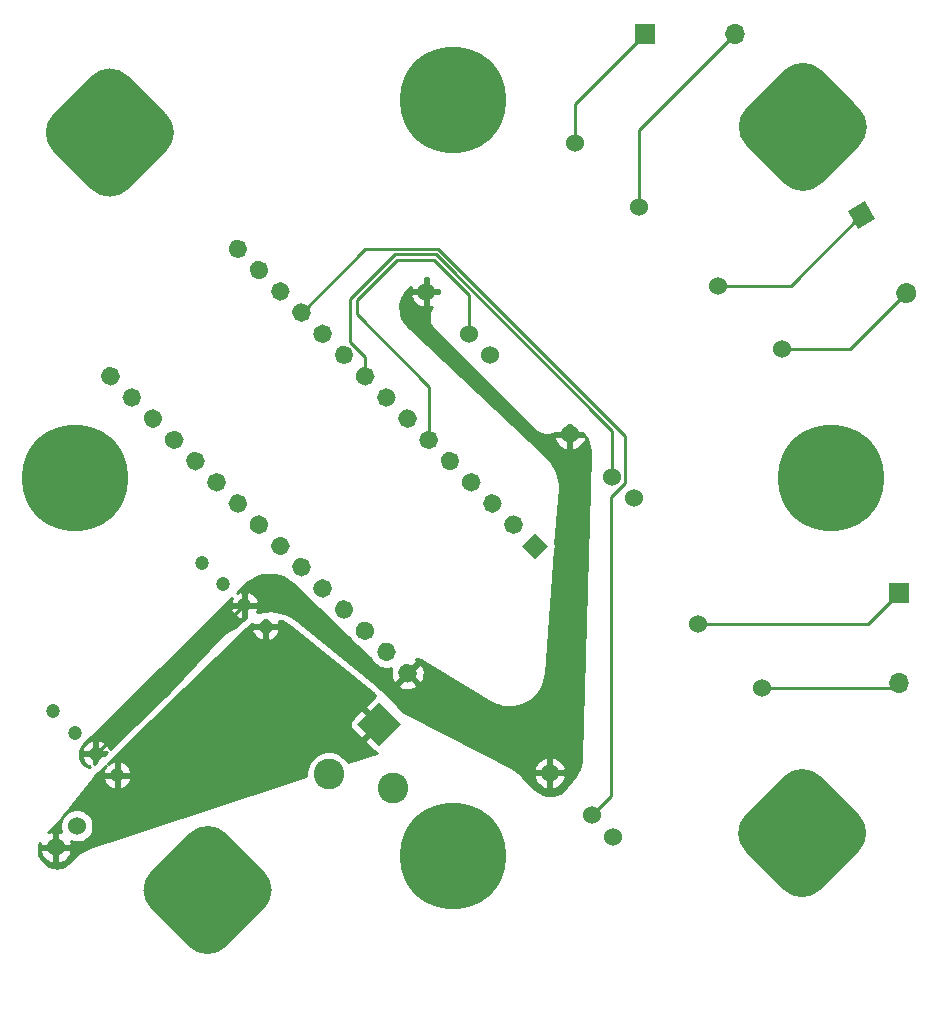
<source format=gbr>
%TF.GenerationSoftware,KiCad,Pcbnew,(5.1.8)-1*%
%TF.CreationDate,2021-02-04T12:25:32-06:00*%
%TF.ProjectId,Project - LED Dimmer Board,50726f6a-6563-4742-902d-204c45442044,rev?*%
%TF.SameCoordinates,Original*%
%TF.FileFunction,Copper,L1,Top*%
%TF.FilePolarity,Positive*%
%FSLAX46Y46*%
G04 Gerber Fmt 4.6, Leading zero omitted, Abs format (unit mm)*
G04 Created by KiCad (PCBNEW (5.1.8)-1) date 2021-02-04 12:25:32*
%MOMM*%
%LPD*%
G01*
G04 APERTURE LIST*
%TA.AperFunction,ComponentPad*%
%ADD10C,9.000000*%
%TD*%
%TA.AperFunction,ComponentPad*%
%ADD11C,1.524000*%
%TD*%
%TA.AperFunction,ComponentPad*%
%ADD12C,0.100000*%
%TD*%
%TA.AperFunction,ComponentPad*%
%ADD13R,1.700000X1.700000*%
%TD*%
%TA.AperFunction,ComponentPad*%
%ADD14O,1.700000X1.700000*%
%TD*%
%TA.AperFunction,ComponentPad*%
%ADD15C,1.200000*%
%TD*%
%TA.AperFunction,ComponentPad*%
%ADD16C,2.600000*%
%TD*%
%TA.AperFunction,Conductor*%
%ADD17C,0.250000*%
%TD*%
%TA.AperFunction,Conductor*%
%ADD18C,0.254000*%
%TD*%
%TA.AperFunction,Conductor*%
%ADD19C,0.100000*%
%TD*%
G04 APERTURE END LIST*
D10*
%TO.P,REF\u002A\u002A,2*%
%TO.N,N/C*%
X112459979Y-75713118D03*
%TO.P,REF\u002A\u002A,3*%
X80459979Y-43713118D03*
%TO.P,REF\u002A\u002A,4*%
X48459979Y-75713118D03*
%TO.P,REF\u002A\u002A,1*%
X80459979Y-107713118D03*
%TD*%
%TO.P,,1*%
%TO.N,N/C*%
%TA.AperFunction,ComponentPad*%
G36*
G01*
X58052010Y-115342971D02*
X54870029Y-112160990D01*
G75*
G02*
X54870029Y-108979010I1590990J1590990D01*
G01*
X58052010Y-105797029D01*
G75*
G02*
X61233990Y-105797029I1590990J-1590990D01*
G01*
X64415971Y-108979010D01*
G75*
G02*
X64415971Y-112160990I-1590990J-1590990D01*
G01*
X61233990Y-115342971D01*
G75*
G02*
X58052010Y-115342971I-1590990J1590990D01*
G01*
G37*
%TD.AperFunction*%
%TD*%
D11*
%TO.P,J5,2*%
%TO.N,GND*%
X48580070Y-105144765D03*
%TO.P,J5,1*%
%TO.N,+9V*%
X46784019Y-106940816D03*
%TD*%
%TA.AperFunction,ComponentPad*%
D12*
%TO.P,J2,1*%
%TO.N,Net-(J2-Pad1)*%
G36*
X114678478Y-54581122D02*
G01*
X113828478Y-53108878D01*
X115300722Y-52258878D01*
X116150722Y-53731122D01*
X114678478Y-54581122D01*
G37*
%TD.AperFunction*%
%TO.P,J2,4*%
%TO.N,Net-(J2-Pad4)*%
%TA.AperFunction,ComponentPad*%
G36*
G01*
X118063478Y-60444114D02*
X118063478Y-60444114D01*
G75*
G02*
X118374600Y-59282992I736122J425000D01*
G01*
X118374600Y-59282992D01*
G75*
G02*
X119535722Y-59594114I425000J-736122D01*
G01*
X119535722Y-59594114D01*
G75*
G02*
X119224600Y-60755236I-736122J-425000D01*
G01*
X119224600Y-60755236D01*
G75*
G02*
X118063478Y-60444114I-425000J736122D01*
G01*
G37*
%TD.AperFunction*%
%TD*%
D13*
%TO.P,J1,1*%
%TO.N,Net-(J1-Pad1)*%
X96650800Y-38078400D03*
D14*
%TO.P,J1,4*%
%TO.N,Net-(J1-Pad4)*%
X104270800Y-38078400D03*
%TD*%
D13*
%TO.P,J3,1*%
%TO.N,Net-(J3-Pad1)*%
X118164600Y-85449400D03*
D14*
%TO.P,J3,4*%
%TO.N,Net-(J3-Pad4)*%
X118164600Y-93069400D03*
%TD*%
D11*
%TO.P,U2,1*%
%TO.N,Controlled9V*%
X90319493Y-71972702D03*
%TO.P,U2,4*%
%TO.N,GND*%
X95707646Y-77360856D03*
%TO.P,U2,6*%
%TO.N,Net-(J2-Pad1)*%
X102891851Y-59400344D03*
%TO.P,U2,5*%
%TO.N,Net-(J2-Pad4)*%
X108280005Y-64788498D03*
%TO.P,U2,3*%
%TO.N,ledPin2*%
X93911595Y-75564805D03*
%TD*%
%TA.AperFunction,ComponentPad*%
D12*
%TO.P,A1,1*%
%TO.N,N/C*%
G36*
X87354400Y-80304829D02*
G01*
X88485771Y-81436200D01*
X87354400Y-82567571D01*
X86223029Y-81436200D01*
X87354400Y-80304829D01*
G37*
%TD.AperFunction*%
%TO.P,A1,17*%
%TA.AperFunction,ComponentPad*%
G36*
G01*
X53795112Y-68298156D02*
X53795112Y-68298156D01*
G75*
G02*
X53795112Y-69429526I-565685J-565685D01*
G01*
X53795112Y-69429526D01*
G75*
G02*
X52663742Y-69429526I-565685J565685D01*
G01*
X52663742Y-69429526D01*
G75*
G02*
X52663742Y-68298156I565685J565685D01*
G01*
X52663742Y-68298156D01*
G75*
G02*
X53795112Y-68298156I565685J-565685D01*
G01*
G37*
%TD.AperFunction*%
%TO.P,A1,2*%
%TA.AperFunction,ComponentPad*%
G36*
G01*
X86124034Y-79074464D02*
X86124034Y-79074464D01*
G75*
G02*
X86124034Y-80205834I-565685J-565685D01*
G01*
X86124034Y-80205834D01*
G75*
G02*
X84992664Y-80205834I-565685J565685D01*
G01*
X84992664Y-80205834D01*
G75*
G02*
X84992664Y-79074464I565685J565685D01*
G01*
X84992664Y-79074464D01*
G75*
G02*
X86124034Y-79074464I565685J-565685D01*
G01*
G37*
%TD.AperFunction*%
%TO.P,A1,18*%
%TA.AperFunction,ComponentPad*%
G36*
G01*
X55591163Y-70094208D02*
X55591163Y-70094208D01*
G75*
G02*
X55591163Y-71225578I-565685J-565685D01*
G01*
X55591163Y-71225578D01*
G75*
G02*
X54459793Y-71225578I-565685J565685D01*
G01*
X54459793Y-71225578D01*
G75*
G02*
X54459793Y-70094208I565685J565685D01*
G01*
X54459793Y-70094208D01*
G75*
G02*
X55591163Y-70094208I565685J-565685D01*
G01*
G37*
%TD.AperFunction*%
%TO.P,A1,3*%
%TA.AperFunction,ComponentPad*%
G36*
G01*
X84327983Y-77278413D02*
X84327983Y-77278413D01*
G75*
G02*
X84327983Y-78409783I-565685J-565685D01*
G01*
X84327983Y-78409783D01*
G75*
G02*
X83196613Y-78409783I-565685J565685D01*
G01*
X83196613Y-78409783D01*
G75*
G02*
X83196613Y-77278413I565685J565685D01*
G01*
X83196613Y-77278413D01*
G75*
G02*
X84327983Y-77278413I565685J-565685D01*
G01*
G37*
%TD.AperFunction*%
%TO.P,A1,19*%
%TA.AperFunction,ComponentPad*%
G36*
G01*
X57387214Y-71890259D02*
X57387214Y-71890259D01*
G75*
G02*
X57387214Y-73021629I-565685J-565685D01*
G01*
X57387214Y-73021629D01*
G75*
G02*
X56255844Y-73021629I-565685J565685D01*
G01*
X56255844Y-73021629D01*
G75*
G02*
X56255844Y-71890259I565685J565685D01*
G01*
X56255844Y-71890259D01*
G75*
G02*
X57387214Y-71890259I565685J-565685D01*
G01*
G37*
%TD.AperFunction*%
%TO.P,A1,4*%
%TO.N,GND*%
%TA.AperFunction,ComponentPad*%
G36*
G01*
X82531931Y-75482361D02*
X82531931Y-75482361D01*
G75*
G02*
X82531931Y-76613731I-565685J-565685D01*
G01*
X82531931Y-76613731D01*
G75*
G02*
X81400561Y-76613731I-565685J565685D01*
G01*
X81400561Y-76613731D01*
G75*
G02*
X81400561Y-75482361I565685J565685D01*
G01*
X81400561Y-75482361D01*
G75*
G02*
X82531931Y-75482361I565685J-565685D01*
G01*
G37*
%TD.AperFunction*%
%TO.P,A1,20*%
%TO.N,N/C*%
%TA.AperFunction,ComponentPad*%
G36*
G01*
X59183265Y-73686310D02*
X59183265Y-73686310D01*
G75*
G02*
X59183265Y-74817680I-565685J-565685D01*
G01*
X59183265Y-74817680D01*
G75*
G02*
X58051895Y-74817680I-565685J565685D01*
G01*
X58051895Y-74817680D01*
G75*
G02*
X58051895Y-73686310I565685J565685D01*
G01*
X58051895Y-73686310D01*
G75*
G02*
X59183265Y-73686310I565685J-565685D01*
G01*
G37*
%TD.AperFunction*%
%TO.P,A1,5*%
%TO.N,shutdownPin*%
%TA.AperFunction,ComponentPad*%
G36*
G01*
X80735880Y-73686310D02*
X80735880Y-73686310D01*
G75*
G02*
X80735880Y-74817680I-565685J-565685D01*
G01*
X80735880Y-74817680D01*
G75*
G02*
X79604510Y-74817680I-565685J565685D01*
G01*
X79604510Y-74817680D01*
G75*
G02*
X79604510Y-73686310I565685J565685D01*
G01*
X79604510Y-73686310D01*
G75*
G02*
X80735880Y-73686310I565685J-565685D01*
G01*
G37*
%TD.AperFunction*%
%TO.P,A1,21*%
%TO.N,N/C*%
%TA.AperFunction,ComponentPad*%
G36*
G01*
X60979317Y-75482361D02*
X60979317Y-75482361D01*
G75*
G02*
X60979317Y-76613731I-565685J-565685D01*
G01*
X60979317Y-76613731D01*
G75*
G02*
X59847947Y-76613731I-565685J565685D01*
G01*
X59847947Y-76613731D01*
G75*
G02*
X59847947Y-75482361I565685J565685D01*
G01*
X59847947Y-75482361D01*
G75*
G02*
X60979317Y-75482361I565685J-565685D01*
G01*
G37*
%TD.AperFunction*%
%TO.P,A1,6*%
%TO.N,ledPin1*%
%TA.AperFunction,ComponentPad*%
G36*
G01*
X78939829Y-71890259D02*
X78939829Y-71890259D01*
G75*
G02*
X78939829Y-73021629I-565685J-565685D01*
G01*
X78939829Y-73021629D01*
G75*
G02*
X77808459Y-73021629I-565685J565685D01*
G01*
X77808459Y-73021629D01*
G75*
G02*
X77808459Y-71890259I565685J565685D01*
G01*
X77808459Y-71890259D01*
G75*
G02*
X78939829Y-71890259I565685J-565685D01*
G01*
G37*
%TD.AperFunction*%
%TO.P,A1,22*%
%TO.N,N/C*%
%TA.AperFunction,ComponentPad*%
G36*
G01*
X62775368Y-77278413D02*
X62775368Y-77278413D01*
G75*
G02*
X62775368Y-78409783I-565685J-565685D01*
G01*
X62775368Y-78409783D01*
G75*
G02*
X61643998Y-78409783I-565685J565685D01*
G01*
X61643998Y-78409783D01*
G75*
G02*
X61643998Y-77278413I565685J565685D01*
G01*
X61643998Y-77278413D01*
G75*
G02*
X62775368Y-77278413I565685J-565685D01*
G01*
G37*
%TD.AperFunction*%
%TO.P,A1,7*%
%TA.AperFunction,ComponentPad*%
G36*
G01*
X77143778Y-70094208D02*
X77143778Y-70094208D01*
G75*
G02*
X77143778Y-71225578I-565685J-565685D01*
G01*
X77143778Y-71225578D01*
G75*
G02*
X76012408Y-71225578I-565685J565685D01*
G01*
X76012408Y-71225578D01*
G75*
G02*
X76012408Y-70094208I565685J565685D01*
G01*
X76012408Y-70094208D01*
G75*
G02*
X77143778Y-70094208I565685J-565685D01*
G01*
G37*
%TD.AperFunction*%
%TO.P,A1,23*%
%TA.AperFunction,ComponentPad*%
G36*
G01*
X64571419Y-79074464D02*
X64571419Y-79074464D01*
G75*
G02*
X64571419Y-80205834I-565685J-565685D01*
G01*
X64571419Y-80205834D01*
G75*
G02*
X63440049Y-80205834I-565685J565685D01*
G01*
X63440049Y-80205834D01*
G75*
G02*
X63440049Y-79074464I565685J565685D01*
G01*
X63440049Y-79074464D01*
G75*
G02*
X64571419Y-79074464I565685J-565685D01*
G01*
G37*
%TD.AperFunction*%
%TO.P,A1,8*%
%TA.AperFunction,ComponentPad*%
G36*
G01*
X75347726Y-68298156D02*
X75347726Y-68298156D01*
G75*
G02*
X75347726Y-69429526I-565685J-565685D01*
G01*
X75347726Y-69429526D01*
G75*
G02*
X74216356Y-69429526I-565685J565685D01*
G01*
X74216356Y-69429526D01*
G75*
G02*
X74216356Y-68298156I565685J565685D01*
G01*
X74216356Y-68298156D01*
G75*
G02*
X75347726Y-68298156I565685J-565685D01*
G01*
G37*
%TD.AperFunction*%
%TO.P,A1,24*%
%TA.AperFunction,ComponentPad*%
G36*
G01*
X66367470Y-80870515D02*
X66367470Y-80870515D01*
G75*
G02*
X66367470Y-82001885I-565685J-565685D01*
G01*
X66367470Y-82001885D01*
G75*
G02*
X65236100Y-82001885I-565685J565685D01*
G01*
X65236100Y-82001885D01*
G75*
G02*
X65236100Y-80870515I565685J565685D01*
G01*
X65236100Y-80870515D01*
G75*
G02*
X66367470Y-80870515I565685J-565685D01*
G01*
G37*
%TD.AperFunction*%
%TO.P,A1,9*%
%TO.N,ledPin2*%
%TA.AperFunction,ComponentPad*%
G36*
G01*
X73551675Y-66502105D02*
X73551675Y-66502105D01*
G75*
G02*
X73551675Y-67633475I-565685J-565685D01*
G01*
X73551675Y-67633475D01*
G75*
G02*
X72420305Y-67633475I-565685J565685D01*
G01*
X72420305Y-67633475D01*
G75*
G02*
X72420305Y-66502105I565685J565685D01*
G01*
X72420305Y-66502105D01*
G75*
G02*
X73551675Y-66502105I565685J-565685D01*
G01*
G37*
%TD.AperFunction*%
%TO.P,A1,25*%
%TO.N,N/C*%
%TA.AperFunction,ComponentPad*%
G36*
G01*
X68163522Y-82666566D02*
X68163522Y-82666566D01*
G75*
G02*
X68163522Y-83797936I-565685J-565685D01*
G01*
X68163522Y-83797936D01*
G75*
G02*
X67032152Y-83797936I-565685J565685D01*
G01*
X67032152Y-83797936D01*
G75*
G02*
X67032152Y-82666566I565685J565685D01*
G01*
X67032152Y-82666566D01*
G75*
G02*
X68163522Y-82666566I565685J-565685D01*
G01*
G37*
%TD.AperFunction*%
%TO.P,A1,10*%
%TA.AperFunction,ComponentPad*%
G36*
G01*
X71755624Y-64706054D02*
X71755624Y-64706054D01*
G75*
G02*
X71755624Y-65837424I-565685J-565685D01*
G01*
X71755624Y-65837424D01*
G75*
G02*
X70624254Y-65837424I-565685J565685D01*
G01*
X70624254Y-65837424D01*
G75*
G02*
X70624254Y-64706054I565685J565685D01*
G01*
X70624254Y-64706054D01*
G75*
G02*
X71755624Y-64706054I565685J-565685D01*
G01*
G37*
%TD.AperFunction*%
%TO.P,A1,26*%
%TA.AperFunction,ComponentPad*%
G36*
G01*
X69959573Y-84462617D02*
X69959573Y-84462617D01*
G75*
G02*
X69959573Y-85593987I-565685J-565685D01*
G01*
X69959573Y-85593987D01*
G75*
G02*
X68828203Y-85593987I-565685J565685D01*
G01*
X68828203Y-85593987D01*
G75*
G02*
X68828203Y-84462617I565685J565685D01*
G01*
X68828203Y-84462617D01*
G75*
G02*
X69959573Y-84462617I565685J-565685D01*
G01*
G37*
%TD.AperFunction*%
%TO.P,A1,11*%
%TA.AperFunction,ComponentPad*%
G36*
G01*
X69959573Y-62910003D02*
X69959573Y-62910003D01*
G75*
G02*
X69959573Y-64041373I-565685J-565685D01*
G01*
X69959573Y-64041373D01*
G75*
G02*
X68828203Y-64041373I-565685J565685D01*
G01*
X68828203Y-64041373D01*
G75*
G02*
X68828203Y-62910003I565685J565685D01*
G01*
X68828203Y-62910003D01*
G75*
G02*
X69959573Y-62910003I565685J-565685D01*
G01*
G37*
%TD.AperFunction*%
%TO.P,A1,27*%
%TA.AperFunction,ComponentPad*%
G36*
G01*
X71755624Y-86258669D02*
X71755624Y-86258669D01*
G75*
G02*
X71755624Y-87390039I-565685J-565685D01*
G01*
X71755624Y-87390039D01*
G75*
G02*
X70624254Y-87390039I-565685J565685D01*
G01*
X70624254Y-87390039D01*
G75*
G02*
X70624254Y-86258669I565685J565685D01*
G01*
X70624254Y-86258669D01*
G75*
G02*
X71755624Y-86258669I565685J-565685D01*
G01*
G37*
%TD.AperFunction*%
%TO.P,A1,12*%
%TO.N,ledPin3*%
%TA.AperFunction,ComponentPad*%
G36*
G01*
X68163522Y-61113952D02*
X68163522Y-61113952D01*
G75*
G02*
X68163522Y-62245322I-565685J-565685D01*
G01*
X68163522Y-62245322D01*
G75*
G02*
X67032152Y-62245322I-565685J565685D01*
G01*
X67032152Y-62245322D01*
G75*
G02*
X67032152Y-61113952I565685J565685D01*
G01*
X67032152Y-61113952D01*
G75*
G02*
X68163522Y-61113952I565685J-565685D01*
G01*
G37*
%TD.AperFunction*%
%TO.P,A1,28*%
%TO.N,N/C*%
%TA.AperFunction,ComponentPad*%
G36*
G01*
X73551675Y-88054720D02*
X73551675Y-88054720D01*
G75*
G02*
X73551675Y-89186090I-565685J-565685D01*
G01*
X73551675Y-89186090D01*
G75*
G02*
X72420305Y-89186090I-565685J565685D01*
G01*
X72420305Y-89186090D01*
G75*
G02*
X72420305Y-88054720I565685J565685D01*
G01*
X72420305Y-88054720D01*
G75*
G02*
X73551675Y-88054720I565685J-565685D01*
G01*
G37*
%TD.AperFunction*%
%TO.P,A1,13*%
%TA.AperFunction,ComponentPad*%
G36*
G01*
X66367470Y-59317900D02*
X66367470Y-59317900D01*
G75*
G02*
X66367470Y-60449270I-565685J-565685D01*
G01*
X66367470Y-60449270D01*
G75*
G02*
X65236100Y-60449270I-565685J565685D01*
G01*
X65236100Y-60449270D01*
G75*
G02*
X65236100Y-59317900I565685J565685D01*
G01*
X65236100Y-59317900D01*
G75*
G02*
X66367470Y-59317900I565685J-565685D01*
G01*
G37*
%TD.AperFunction*%
%TO.P,A1,29*%
%TO.N,GND*%
%TA.AperFunction,ComponentPad*%
G36*
G01*
X75347726Y-89850771D02*
X75347726Y-89850771D01*
G75*
G02*
X75347726Y-90982141I-565685J-565685D01*
G01*
X75347726Y-90982141D01*
G75*
G02*
X74216356Y-90982141I-565685J565685D01*
G01*
X74216356Y-90982141D01*
G75*
G02*
X74216356Y-89850771I565685J565685D01*
G01*
X74216356Y-89850771D01*
G75*
G02*
X75347726Y-89850771I565685J-565685D01*
G01*
G37*
%TD.AperFunction*%
%TO.P,A1,14*%
%TO.N,N/C*%
%TA.AperFunction,ComponentPad*%
G36*
G01*
X64571419Y-57521849D02*
X64571419Y-57521849D01*
G75*
G02*
X64571419Y-58653219I-565685J-565685D01*
G01*
X64571419Y-58653219D01*
G75*
G02*
X63440049Y-58653219I-565685J565685D01*
G01*
X63440049Y-58653219D01*
G75*
G02*
X63440049Y-57521849I565685J565685D01*
G01*
X63440049Y-57521849D01*
G75*
G02*
X64571419Y-57521849I565685J-565685D01*
G01*
G37*
%TD.AperFunction*%
%TO.P,A1,30*%
%TO.N,Controlled9V*%
%TA.AperFunction,ComponentPad*%
G36*
G01*
X77143778Y-91646822D02*
X77143778Y-91646822D01*
G75*
G02*
X77143778Y-92778192I-565685J-565685D01*
G01*
X77143778Y-92778192D01*
G75*
G02*
X76012408Y-92778192I-565685J565685D01*
G01*
X76012408Y-92778192D01*
G75*
G02*
X76012408Y-91646822I565685J565685D01*
G01*
X76012408Y-91646822D01*
G75*
G02*
X77143778Y-91646822I565685J-565685D01*
G01*
G37*
%TD.AperFunction*%
%TO.P,A1,15*%
%TO.N,N/C*%
%TA.AperFunction,ComponentPad*%
G36*
G01*
X62775368Y-55725798D02*
X62775368Y-55725798D01*
G75*
G02*
X62775368Y-56857168I-565685J-565685D01*
G01*
X62775368Y-56857168D01*
G75*
G02*
X61643998Y-56857168I-565685J565685D01*
G01*
X61643998Y-56857168D01*
G75*
G02*
X61643998Y-55725798I565685J565685D01*
G01*
X61643998Y-55725798D01*
G75*
G02*
X62775368Y-55725798I565685J-565685D01*
G01*
G37*
%TD.AperFunction*%
%TO.P,A1,16*%
%TA.AperFunction,ComponentPad*%
G36*
G01*
X51999061Y-66502105D02*
X51999061Y-66502105D01*
G75*
G02*
X51999061Y-67633475I-565685J-565685D01*
G01*
X51999061Y-67633475D01*
G75*
G02*
X50867691Y-67633475I-565685J565685D01*
G01*
X50867691Y-67633475D01*
G75*
G02*
X50867691Y-66502105I565685J565685D01*
G01*
X50867691Y-66502105D01*
G75*
G02*
X51999061Y-66502105I565685J-565685D01*
G01*
G37*
%TD.AperFunction*%
%TD*%
D15*
%TO.P,U4,4*%
%TO.N,shutdownPin*%
X59169841Y-82866799D03*
%TO.P,U4,5*%
%TO.N,N/C*%
X46597482Y-95439158D03*
%TO.P,U4,3*%
%TO.N,GND*%
X60965892Y-84662851D03*
%TO.P,U4,6*%
X48393533Y-97235209D03*
%TO.P,U4,2*%
%TO.N,Controlled9V*%
X62761943Y-86458902D03*
%TO.P,U4,7*%
X50189585Y-99031260D03*
%TO.P,U4,1*%
%TO.N,+9V*%
X64557994Y-88254953D03*
%TO.P,U4,8*%
X51985636Y-100827312D03*
%TD*%
D11*
%TO.P,U1,1*%
%TO.N,Controlled9V*%
X78178293Y-59907702D03*
%TO.P,U1,4*%
%TO.N,GND*%
X83566446Y-65295856D03*
%TO.P,U1,6*%
%TO.N,Net-(J1-Pad1)*%
X90750651Y-47335344D03*
%TO.P,U1,5*%
%TO.N,Net-(J1-Pad4)*%
X96138805Y-52723498D03*
%TO.P,U1,3*%
%TO.N,ledPin1*%
X81770395Y-63499805D03*
%TD*%
%TO.P,U3,3*%
%TO.N,ledPin3*%
X92209795Y-104241405D03*
%TO.P,U3,5*%
%TO.N,Net-(J3-Pad4)*%
X106578205Y-93465098D03*
%TO.P,U3,6*%
%TO.N,Net-(J3-Pad1)*%
X101190051Y-88076944D03*
%TO.P,U3,4*%
%TO.N,GND*%
X94005846Y-106037456D03*
%TO.P,U3,1*%
%TO.N,Controlled9V*%
X88617693Y-100649302D03*
%TD*%
%TA.AperFunction,ComponentPad*%
D12*
%TO.P,J4,1*%
%TO.N,+9V*%
G36*
X72317361Y-96523719D02*
G01*
X74155839Y-94685241D01*
X75994317Y-96523719D01*
X74155839Y-98362197D01*
X72317361Y-96523719D01*
G37*
%TD.AperFunction*%
D16*
%TO.P,J4,2*%
%TO.N,GND*%
X69913198Y-100766360D03*
%TO.P,J4,3*%
%TO.N,N/C*%
X75357921Y-101968441D03*
%TD*%
%TO.P,REF\u002A\u002A,1*%
%TO.N,N/C*%
%TA.AperFunction,ComponentPad*%
G36*
G01*
X49771610Y-51207971D02*
X46589629Y-48025990D01*
G75*
G02*
X46589629Y-44844010I1590990J1590990D01*
G01*
X49771610Y-41662029D01*
G75*
G02*
X52953590Y-41662029I1590990J-1590990D01*
G01*
X56135571Y-44844010D01*
G75*
G02*
X56135571Y-48025990I-1590990J-1590990D01*
G01*
X52953590Y-51207971D01*
G75*
G02*
X49771610Y-51207971I-1590990J1590990D01*
G01*
G37*
%TD.AperFunction*%
%TD*%
%TO.P,REF\u002A\u002A,1*%
%TO.N,N/C*%
%TA.AperFunction,ComponentPad*%
G36*
G01*
X114809571Y-47543390D02*
X111627590Y-50725371D01*
G75*
G02*
X108445610Y-50725371I-1590990J1590990D01*
G01*
X105263629Y-47543390D01*
G75*
G02*
X105263629Y-44361410I1590990J1590990D01*
G01*
X108445610Y-41179429D01*
G75*
G02*
X111627590Y-41179429I1590990J-1590990D01*
G01*
X114809571Y-44361410D01*
G75*
G02*
X114809571Y-47543390I-1590990J-1590990D01*
G01*
G37*
%TD.AperFunction*%
%TD*%
%TO.P,,1*%
%TO.N,N/C*%
%TA.AperFunction,ComponentPad*%
G36*
G01*
X108394810Y-110516971D02*
X105212829Y-107334990D01*
G75*
G02*
X105212829Y-104153010I1590990J1590990D01*
G01*
X108394810Y-100971029D01*
G75*
G02*
X111576790Y-100971029I1590990J-1590990D01*
G01*
X114758771Y-104153010D01*
G75*
G02*
X114758771Y-107334990I-1590990J-1590990D01*
G01*
X111576790Y-110516971D01*
G75*
G02*
X108394810Y-110516971I-1590990J1590990D01*
G01*
G37*
%TD.AperFunction*%
%TD*%
D17*
%TO.N,Net-(J1-Pad1)*%
X90750651Y-43978549D02*
X96650800Y-38078400D01*
X90750651Y-47335344D02*
X90750651Y-43978549D01*
%TO.N,Net-(J2-Pad1)*%
X109009256Y-59400344D02*
X114989600Y-53420000D01*
X102891851Y-59400344D02*
X109009256Y-59400344D01*
%TO.N,Net-(J3-Pad1)*%
X115537056Y-88076944D02*
X118164600Y-85449400D01*
X101190051Y-88076944D02*
X115537056Y-88076944D01*
%TO.N,Net-(J1-Pad4)*%
X96138805Y-46210395D02*
X104270800Y-38078400D01*
X96138805Y-52723498D02*
X96138805Y-46210395D01*
%TO.N,Net-(J2-Pad4)*%
X114030216Y-64788498D02*
X118799600Y-60019114D01*
X108280005Y-64788498D02*
X114030216Y-64788498D01*
%TO.N,Net-(J3-Pad4)*%
X117768902Y-93465098D02*
X118164600Y-93069400D01*
X106578205Y-93465098D02*
X117768902Y-93465098D01*
%TO.N,Controlled9V*%
X50189585Y-99031260D02*
X62761943Y-86458902D01*
%TO.N,ledPin3*%
X72972893Y-56304581D02*
X67597837Y-61679637D01*
X79192799Y-56304581D02*
X72972893Y-56304581D01*
X94998596Y-72110376D02*
X79192799Y-56304581D01*
X94998596Y-76086566D02*
X94998596Y-72110376D01*
X93809995Y-77275167D02*
X94998596Y-76086566D01*
X93809995Y-102641205D02*
X93809995Y-77275167D01*
X92209795Y-104241405D02*
X93809995Y-102641205D01*
%TO.N,ledPin2*%
X71729940Y-64146738D02*
X72985990Y-65402788D01*
X71729940Y-60534050D02*
X71729940Y-64146738D01*
X72985990Y-65402788D02*
X72985990Y-67067790D01*
X75509399Y-56754591D02*
X71729940Y-60534050D01*
X79006400Y-56754590D02*
X75509399Y-56754591D01*
X93911595Y-71659785D02*
X79006400Y-56754590D01*
X93911595Y-75564805D02*
X93911595Y-71659785D01*
%TO.N,ledPin1*%
X78374144Y-72455944D02*
X78374144Y-67937456D01*
X78374144Y-67937456D02*
X72266800Y-61830112D01*
X72266800Y-61830112D02*
X72266800Y-60633600D01*
X72266800Y-60633600D02*
X75695800Y-57204600D01*
X75695800Y-57204600D02*
X78820000Y-57204600D01*
X81770395Y-60154995D02*
X81770395Y-63499805D01*
X78820000Y-57204600D02*
X81770395Y-60154995D01*
%TD*%
D18*
%TO.N,+9V*%
X64684994Y-87948345D02*
X64572135Y-88061204D01*
X64751743Y-88240812D01*
X64864602Y-88127953D01*
X65632742Y-88127953D01*
X65757389Y-87936404D01*
X65693641Y-87765891D01*
X65903759Y-87829079D01*
X66199270Y-87955435D01*
X66478830Y-88114016D01*
X66741799Y-88304918D01*
X73609867Y-93903259D01*
X73840487Y-94112550D01*
X73854240Y-94126430D01*
X73801345Y-94154703D01*
X73704654Y-94234056D01*
X72989643Y-94953412D01*
X72989643Y-95177918D01*
X74155839Y-96344114D01*
X74169982Y-96329972D01*
X74349587Y-96509577D01*
X74335444Y-96523719D01*
X74349587Y-96537862D01*
X74169982Y-96717467D01*
X74155839Y-96703324D01*
X72989643Y-97869520D01*
X72989643Y-98094026D01*
X73704654Y-98813382D01*
X73801345Y-98892735D01*
X73911659Y-98951699D01*
X73949086Y-98963052D01*
X73648614Y-99082722D01*
X71569670Y-99762537D01*
X71416211Y-99532869D01*
X71146689Y-99263347D01*
X70829764Y-99051585D01*
X70477617Y-98905721D01*
X70103779Y-98831360D01*
X69722617Y-98831360D01*
X69348779Y-98905721D01*
X68996632Y-99051585D01*
X68679707Y-99263347D01*
X68410185Y-99532869D01*
X68198423Y-99849794D01*
X68052559Y-100201941D01*
X67978198Y-100575779D01*
X67978198Y-100936948D01*
X49668059Y-106924364D01*
X49661049Y-106926886D01*
X49333643Y-107055652D01*
X49320126Y-107061906D01*
X49010046Y-107228116D01*
X48997354Y-107235910D01*
X48708865Y-107437278D01*
X48697174Y-107446504D01*
X48434243Y-107680261D01*
X48428822Y-107685372D01*
X47860016Y-108254178D01*
X47689264Y-108400015D01*
X47502046Y-108514741D01*
X47299191Y-108598767D01*
X47085688Y-108650024D01*
X46866800Y-108667252D01*
X46647912Y-108650024D01*
X46434409Y-108598767D01*
X46231554Y-108514741D01*
X46044336Y-108400015D01*
X45873584Y-108254178D01*
X45753629Y-108134223D01*
X45604119Y-107959168D01*
X45486455Y-107767158D01*
X45400270Y-107559091D01*
X45347696Y-107340106D01*
X45343355Y-107284948D01*
X45423096Y-107284948D01*
X45516383Y-107543839D01*
X45658384Y-107779556D01*
X45843643Y-107983040D01*
X46065040Y-108146472D01*
X46314067Y-108263572D01*
X46439887Y-108301739D01*
X46657019Y-108179331D01*
X46657019Y-107067816D01*
X46911019Y-107067816D01*
X46911019Y-108179331D01*
X47128151Y-108301739D01*
X47387042Y-108208452D01*
X47622759Y-108066451D01*
X47826243Y-107881192D01*
X47989675Y-107659795D01*
X48106775Y-107410768D01*
X48144942Y-107284948D01*
X48022534Y-107067816D01*
X46911019Y-107067816D01*
X46657019Y-107067816D01*
X45545504Y-107067816D01*
X45423096Y-107284948D01*
X45343355Y-107284948D01*
X45330027Y-107115600D01*
X45347696Y-106891094D01*
X45400270Y-106672109D01*
X45427948Y-106605290D01*
X45545504Y-106813816D01*
X46477411Y-106813816D01*
X46590270Y-106926675D01*
X46769878Y-106747067D01*
X46798160Y-106747067D01*
X46977768Y-106926675D01*
X47090627Y-106813816D01*
X48022534Y-106813816D01*
X48144942Y-106596684D01*
X48094093Y-106455569D01*
X48172580Y-106488079D01*
X48442478Y-106541765D01*
X48717662Y-106541765D01*
X48987560Y-106488079D01*
X49241797Y-106382770D01*
X49470605Y-106229885D01*
X49665190Y-106035300D01*
X49818075Y-105806492D01*
X49923384Y-105552255D01*
X49977070Y-105282357D01*
X49977070Y-105007173D01*
X49923384Y-104737275D01*
X49818075Y-104483038D01*
X49665190Y-104254230D01*
X49470605Y-104059645D01*
X49241797Y-103906760D01*
X48987560Y-103801451D01*
X48717662Y-103747765D01*
X48442478Y-103747765D01*
X48172580Y-103801451D01*
X47918343Y-103906760D01*
X47689535Y-104059645D01*
X47494950Y-104254230D01*
X47342065Y-104483038D01*
X47236756Y-104737275D01*
X47183070Y-105007173D01*
X47183070Y-105282357D01*
X47236756Y-105552255D01*
X47266443Y-105623925D01*
X47253971Y-105618060D01*
X47128151Y-105579893D01*
X46911019Y-105702301D01*
X46911019Y-106634208D01*
X46798160Y-106747067D01*
X46769878Y-106747067D01*
X46657019Y-106634208D01*
X46657019Y-105702301D01*
X46439887Y-105579893D01*
X46180996Y-105673180D01*
X46172017Y-105678589D01*
X46742186Y-105108420D01*
X46746828Y-105103524D01*
X46959860Y-104866560D01*
X46964236Y-104861424D01*
X49963545Y-101145861D01*
X50786241Y-101145861D01*
X50871433Y-101373731D01*
X50999443Y-101580602D01*
X51165352Y-101758524D01*
X51362784Y-101900660D01*
X51584152Y-102001548D01*
X51667087Y-102026707D01*
X51858636Y-101902060D01*
X51858636Y-100954312D01*
X52112636Y-100954312D01*
X52112636Y-101902060D01*
X52304185Y-102026707D01*
X52532055Y-101941515D01*
X52738926Y-101813505D01*
X52916848Y-101647596D01*
X53058984Y-101450164D01*
X53159872Y-101228796D01*
X53185031Y-101145861D01*
X53060384Y-100954312D01*
X52112636Y-100954312D01*
X51858636Y-100954312D01*
X50910888Y-100954312D01*
X50786241Y-101145861D01*
X49963545Y-101145861D01*
X50151642Y-100912846D01*
X50389721Y-100651756D01*
X51018865Y-100040149D01*
X51025676Y-100046960D01*
X50912288Y-100204460D01*
X50811400Y-100425828D01*
X50786241Y-100508763D01*
X50910888Y-100700312D01*
X51679028Y-100700312D01*
X51791887Y-100813171D01*
X51971495Y-100633563D01*
X51858636Y-100520704D01*
X51858636Y-99752564D01*
X52112636Y-99752564D01*
X52112636Y-100700312D01*
X53060384Y-100700312D01*
X53185031Y-100508763D01*
X53099839Y-100280893D01*
X52971829Y-100074022D01*
X52805920Y-99896100D01*
X52608488Y-99753964D01*
X52387120Y-99653076D01*
X52304185Y-99627917D01*
X52112636Y-99752564D01*
X51858636Y-99752564D01*
X51667087Y-99627917D01*
X51439217Y-99713109D01*
X51232346Y-99841119D01*
X51204767Y-99866835D01*
X51201012Y-99863080D01*
X54636125Y-96523719D01*
X71679289Y-96523719D01*
X71691550Y-96648200D01*
X71727859Y-96767899D01*
X71786823Y-96878213D01*
X71866176Y-96974904D01*
X72585532Y-97689915D01*
X72810038Y-97689915D01*
X73976234Y-96523719D01*
X72810038Y-95357523D01*
X72585532Y-95357523D01*
X71866176Y-96072534D01*
X71786823Y-96169225D01*
X71727859Y-96279539D01*
X71691550Y-96399238D01*
X71679289Y-96523719D01*
X54636125Y-96523719D01*
X62814305Y-88573502D01*
X63358599Y-88573502D01*
X63443791Y-88801372D01*
X63571801Y-89008243D01*
X63737710Y-89186165D01*
X63935142Y-89328301D01*
X64156510Y-89429189D01*
X64239445Y-89454348D01*
X64430994Y-89329701D01*
X64430994Y-88381953D01*
X64684994Y-88381953D01*
X64684994Y-89329701D01*
X64876543Y-89454348D01*
X65104413Y-89369156D01*
X65311284Y-89241146D01*
X65489206Y-89075237D01*
X65631342Y-88877805D01*
X65732230Y-88656437D01*
X65757389Y-88573502D01*
X65632742Y-88381953D01*
X64684994Y-88381953D01*
X64430994Y-88381953D01*
X63483246Y-88381953D01*
X63358599Y-88573502D01*
X62814305Y-88573502D01*
X62918679Y-88472038D01*
X63163992Y-88258915D01*
X63428647Y-88076545D01*
X63444331Y-88068151D01*
X63483246Y-88127953D01*
X64251386Y-88127953D01*
X64364245Y-88240812D01*
X64543853Y-88061204D01*
X64430994Y-87948345D01*
X64430994Y-87703516D01*
X64638023Y-87671036D01*
X64684994Y-87668983D01*
X64684994Y-87948345D01*
%TA.AperFunction,Conductor*%
D19*
G36*
X64684994Y-87948345D02*
G01*
X64572135Y-88061204D01*
X64751743Y-88240812D01*
X64864602Y-88127953D01*
X65632742Y-88127953D01*
X65757389Y-87936404D01*
X65693641Y-87765891D01*
X65903759Y-87829079D01*
X66199270Y-87955435D01*
X66478830Y-88114016D01*
X66741799Y-88304918D01*
X73609867Y-93903259D01*
X73840487Y-94112550D01*
X73854240Y-94126430D01*
X73801345Y-94154703D01*
X73704654Y-94234056D01*
X72989643Y-94953412D01*
X72989643Y-95177918D01*
X74155839Y-96344114D01*
X74169982Y-96329972D01*
X74349587Y-96509577D01*
X74335444Y-96523719D01*
X74349587Y-96537862D01*
X74169982Y-96717467D01*
X74155839Y-96703324D01*
X72989643Y-97869520D01*
X72989643Y-98094026D01*
X73704654Y-98813382D01*
X73801345Y-98892735D01*
X73911659Y-98951699D01*
X73949086Y-98963052D01*
X73648614Y-99082722D01*
X71569670Y-99762537D01*
X71416211Y-99532869D01*
X71146689Y-99263347D01*
X70829764Y-99051585D01*
X70477617Y-98905721D01*
X70103779Y-98831360D01*
X69722617Y-98831360D01*
X69348779Y-98905721D01*
X68996632Y-99051585D01*
X68679707Y-99263347D01*
X68410185Y-99532869D01*
X68198423Y-99849794D01*
X68052559Y-100201941D01*
X67978198Y-100575779D01*
X67978198Y-100936948D01*
X49668059Y-106924364D01*
X49661049Y-106926886D01*
X49333643Y-107055652D01*
X49320126Y-107061906D01*
X49010046Y-107228116D01*
X48997354Y-107235910D01*
X48708865Y-107437278D01*
X48697174Y-107446504D01*
X48434243Y-107680261D01*
X48428822Y-107685372D01*
X47860016Y-108254178D01*
X47689264Y-108400015D01*
X47502046Y-108514741D01*
X47299191Y-108598767D01*
X47085688Y-108650024D01*
X46866800Y-108667252D01*
X46647912Y-108650024D01*
X46434409Y-108598767D01*
X46231554Y-108514741D01*
X46044336Y-108400015D01*
X45873584Y-108254178D01*
X45753629Y-108134223D01*
X45604119Y-107959168D01*
X45486455Y-107767158D01*
X45400270Y-107559091D01*
X45347696Y-107340106D01*
X45343355Y-107284948D01*
X45423096Y-107284948D01*
X45516383Y-107543839D01*
X45658384Y-107779556D01*
X45843643Y-107983040D01*
X46065040Y-108146472D01*
X46314067Y-108263572D01*
X46439887Y-108301739D01*
X46657019Y-108179331D01*
X46657019Y-107067816D01*
X46911019Y-107067816D01*
X46911019Y-108179331D01*
X47128151Y-108301739D01*
X47387042Y-108208452D01*
X47622759Y-108066451D01*
X47826243Y-107881192D01*
X47989675Y-107659795D01*
X48106775Y-107410768D01*
X48144942Y-107284948D01*
X48022534Y-107067816D01*
X46911019Y-107067816D01*
X46657019Y-107067816D01*
X45545504Y-107067816D01*
X45423096Y-107284948D01*
X45343355Y-107284948D01*
X45330027Y-107115600D01*
X45347696Y-106891094D01*
X45400270Y-106672109D01*
X45427948Y-106605290D01*
X45545504Y-106813816D01*
X46477411Y-106813816D01*
X46590270Y-106926675D01*
X46769878Y-106747067D01*
X46798160Y-106747067D01*
X46977768Y-106926675D01*
X47090627Y-106813816D01*
X48022534Y-106813816D01*
X48144942Y-106596684D01*
X48094093Y-106455569D01*
X48172580Y-106488079D01*
X48442478Y-106541765D01*
X48717662Y-106541765D01*
X48987560Y-106488079D01*
X49241797Y-106382770D01*
X49470605Y-106229885D01*
X49665190Y-106035300D01*
X49818075Y-105806492D01*
X49923384Y-105552255D01*
X49977070Y-105282357D01*
X49977070Y-105007173D01*
X49923384Y-104737275D01*
X49818075Y-104483038D01*
X49665190Y-104254230D01*
X49470605Y-104059645D01*
X49241797Y-103906760D01*
X48987560Y-103801451D01*
X48717662Y-103747765D01*
X48442478Y-103747765D01*
X48172580Y-103801451D01*
X47918343Y-103906760D01*
X47689535Y-104059645D01*
X47494950Y-104254230D01*
X47342065Y-104483038D01*
X47236756Y-104737275D01*
X47183070Y-105007173D01*
X47183070Y-105282357D01*
X47236756Y-105552255D01*
X47266443Y-105623925D01*
X47253971Y-105618060D01*
X47128151Y-105579893D01*
X46911019Y-105702301D01*
X46911019Y-106634208D01*
X46798160Y-106747067D01*
X46769878Y-106747067D01*
X46657019Y-106634208D01*
X46657019Y-105702301D01*
X46439887Y-105579893D01*
X46180996Y-105673180D01*
X46172017Y-105678589D01*
X46742186Y-105108420D01*
X46746828Y-105103524D01*
X46959860Y-104866560D01*
X46964236Y-104861424D01*
X49963545Y-101145861D01*
X50786241Y-101145861D01*
X50871433Y-101373731D01*
X50999443Y-101580602D01*
X51165352Y-101758524D01*
X51362784Y-101900660D01*
X51584152Y-102001548D01*
X51667087Y-102026707D01*
X51858636Y-101902060D01*
X51858636Y-100954312D01*
X52112636Y-100954312D01*
X52112636Y-101902060D01*
X52304185Y-102026707D01*
X52532055Y-101941515D01*
X52738926Y-101813505D01*
X52916848Y-101647596D01*
X53058984Y-101450164D01*
X53159872Y-101228796D01*
X53185031Y-101145861D01*
X53060384Y-100954312D01*
X52112636Y-100954312D01*
X51858636Y-100954312D01*
X50910888Y-100954312D01*
X50786241Y-101145861D01*
X49963545Y-101145861D01*
X50151642Y-100912846D01*
X50389721Y-100651756D01*
X51018865Y-100040149D01*
X51025676Y-100046960D01*
X50912288Y-100204460D01*
X50811400Y-100425828D01*
X50786241Y-100508763D01*
X50910888Y-100700312D01*
X51679028Y-100700312D01*
X51791887Y-100813171D01*
X51971495Y-100633563D01*
X51858636Y-100520704D01*
X51858636Y-99752564D01*
X52112636Y-99752564D01*
X52112636Y-100700312D01*
X53060384Y-100700312D01*
X53185031Y-100508763D01*
X53099839Y-100280893D01*
X52971829Y-100074022D01*
X52805920Y-99896100D01*
X52608488Y-99753964D01*
X52387120Y-99653076D01*
X52304185Y-99627917D01*
X52112636Y-99752564D01*
X51858636Y-99752564D01*
X51667087Y-99627917D01*
X51439217Y-99713109D01*
X51232346Y-99841119D01*
X51204767Y-99866835D01*
X51201012Y-99863080D01*
X54636125Y-96523719D01*
X71679289Y-96523719D01*
X71691550Y-96648200D01*
X71727859Y-96767899D01*
X71786823Y-96878213D01*
X71866176Y-96974904D01*
X72585532Y-97689915D01*
X72810038Y-97689915D01*
X73976234Y-96523719D01*
X72810038Y-95357523D01*
X72585532Y-95357523D01*
X71866176Y-96072534D01*
X71786823Y-96169225D01*
X71727859Y-96279539D01*
X71691550Y-96399238D01*
X71679289Y-96523719D01*
X54636125Y-96523719D01*
X62814305Y-88573502D01*
X63358599Y-88573502D01*
X63443791Y-88801372D01*
X63571801Y-89008243D01*
X63737710Y-89186165D01*
X63935142Y-89328301D01*
X64156510Y-89429189D01*
X64239445Y-89454348D01*
X64430994Y-89329701D01*
X64430994Y-88381953D01*
X64684994Y-88381953D01*
X64684994Y-89329701D01*
X64876543Y-89454348D01*
X65104413Y-89369156D01*
X65311284Y-89241146D01*
X65489206Y-89075237D01*
X65631342Y-88877805D01*
X65732230Y-88656437D01*
X65757389Y-88573502D01*
X65632742Y-88381953D01*
X64684994Y-88381953D01*
X64430994Y-88381953D01*
X63483246Y-88381953D01*
X63358599Y-88573502D01*
X62814305Y-88573502D01*
X62918679Y-88472038D01*
X63163992Y-88258915D01*
X63428647Y-88076545D01*
X63444331Y-88068151D01*
X63483246Y-88127953D01*
X64251386Y-88127953D01*
X64364245Y-88240812D01*
X64543853Y-88061204D01*
X64430994Y-87948345D01*
X64430994Y-87703516D01*
X64638023Y-87671036D01*
X64684994Y-87668983D01*
X64684994Y-87948345D01*
G37*
%TD.AperFunction*%
%TD*%
D18*
%TO.N,Controlled9V*%
X78213877Y-58769844D02*
X78305293Y-58789922D01*
X78305293Y-59601094D01*
X78192434Y-59713953D01*
X78372042Y-59893561D01*
X78484901Y-59780702D01*
X79238324Y-59780702D01*
X79260661Y-59959125D01*
X79257219Y-60034702D01*
X78484901Y-60034702D01*
X78372042Y-59921843D01*
X78192434Y-60101451D01*
X78305293Y-60214310D01*
X78305293Y-61146217D01*
X78522425Y-61268625D01*
X78614675Y-61235384D01*
X78511636Y-61405620D01*
X78501726Y-61425851D01*
X78413935Y-61654449D01*
X78407756Y-61676112D01*
X78361735Y-61916625D01*
X78359480Y-61939039D01*
X78356677Y-62183899D01*
X78358418Y-62206360D01*
X78398922Y-62447863D01*
X78404604Y-62469662D01*
X78487140Y-62700209D01*
X78496584Y-62720661D01*
X78618555Y-62932999D01*
X78631464Y-62951461D01*
X78789033Y-63138908D01*
X78796664Y-63147208D01*
X87293143Y-71602642D01*
X87301555Y-71610295D01*
X87490205Y-71767076D01*
X87508909Y-71779977D01*
X87722477Y-71900632D01*
X87743181Y-71909994D01*
X87974832Y-71990662D01*
X87996872Y-71996185D01*
X88239189Y-72034282D01*
X88261862Y-72035789D01*
X88507090Y-72030096D01*
X88529667Y-72027539D01*
X88769956Y-71978239D01*
X88791716Y-71971699D01*
X89019373Y-71880370D01*
X89039620Y-71870058D01*
X89080307Y-71844512D01*
X89080978Y-71845702D01*
X90012885Y-71845702D01*
X90125744Y-71958561D01*
X90305352Y-71778953D01*
X90192493Y-71666094D01*
X90192493Y-71189533D01*
X90315764Y-71180802D01*
X90446493Y-71193639D01*
X90446493Y-71666094D01*
X90333634Y-71778953D01*
X90513242Y-71958561D01*
X90626101Y-71845702D01*
X91392697Y-71845702D01*
X91553338Y-72056020D01*
X91732666Y-72363229D01*
X91872647Y-72690230D01*
X91971145Y-73032030D01*
X92026646Y-73383389D01*
X92038430Y-73742848D01*
X91294048Y-99244058D01*
X91261566Y-99600601D01*
X91186297Y-99946618D01*
X91069033Y-100280739D01*
X90911552Y-100597898D01*
X90714088Y-100896538D01*
X90011607Y-101828542D01*
X89847138Y-102017147D01*
X89660980Y-102177519D01*
X89453941Y-102309815D01*
X89230202Y-102411364D01*
X88994301Y-102480105D01*
X88751043Y-102514638D01*
X88505333Y-102514268D01*
X88262171Y-102479001D01*
X88026488Y-102409553D01*
X87803059Y-102307331D01*
X87596407Y-102174403D01*
X87407318Y-102010512D01*
X86390240Y-100993434D01*
X87256770Y-100993434D01*
X87350057Y-101252325D01*
X87492058Y-101488042D01*
X87677317Y-101691526D01*
X87898714Y-101854958D01*
X88147741Y-101972058D01*
X88273561Y-102010225D01*
X88490693Y-101887817D01*
X88490693Y-100776302D01*
X88744693Y-100776302D01*
X88744693Y-101887817D01*
X88961825Y-102010225D01*
X89220716Y-101916938D01*
X89456433Y-101774937D01*
X89659917Y-101589678D01*
X89823349Y-101368281D01*
X89940449Y-101119254D01*
X89978616Y-100993434D01*
X89856208Y-100776302D01*
X88744693Y-100776302D01*
X88490693Y-100776302D01*
X87379178Y-100776302D01*
X87256770Y-100993434D01*
X86390240Y-100993434D01*
X86150614Y-100753808D01*
X86145848Y-100749283D01*
X85915328Y-100541467D01*
X85905127Y-100533186D01*
X85654370Y-100350300D01*
X85643369Y-100343118D01*
X85578102Y-100305170D01*
X87256770Y-100305170D01*
X87379178Y-100522302D01*
X88490693Y-100522302D01*
X88490693Y-99410787D01*
X88744693Y-99410787D01*
X88744693Y-100522302D01*
X89856208Y-100522302D01*
X89978616Y-100305170D01*
X89885329Y-100046279D01*
X89743328Y-99810562D01*
X89558069Y-99607078D01*
X89336672Y-99443646D01*
X89087645Y-99326546D01*
X88961825Y-99288379D01*
X88744693Y-99410787D01*
X88490693Y-99410787D01*
X88273561Y-99288379D01*
X88014670Y-99381666D01*
X87778953Y-99523667D01*
X87575469Y-99708926D01*
X87412037Y-99930323D01*
X87294937Y-100179350D01*
X87256770Y-100305170D01*
X85578102Y-100305170D01*
X85375059Y-100187117D01*
X85369294Y-100183962D01*
X76232528Y-95486396D01*
X76181632Y-95456225D01*
X76161031Y-95422702D01*
X76103972Y-95344051D01*
X75942901Y-95154444D01*
X75910027Y-95118621D01*
X74379409Y-93573831D01*
X74355074Y-93550540D01*
X74119455Y-93336712D01*
X74093917Y-93314743D01*
X73953488Y-93200275D01*
X75769930Y-93200275D01*
X75840676Y-93443540D01*
X75964212Y-93509576D01*
X76229053Y-93604416D01*
X76507308Y-93645765D01*
X76788283Y-93632035D01*
X77061181Y-93563753D01*
X77315513Y-93443544D01*
X77386757Y-93200776D01*
X76578093Y-92392112D01*
X75769930Y-93200275D01*
X73953488Y-93200275D01*
X67220491Y-87712035D01*
X67192330Y-87690363D01*
X66920722Y-87493190D01*
X66860987Y-87454736D01*
X66569054Y-87289136D01*
X66505397Y-87257595D01*
X66196793Y-87125641D01*
X66130013Y-87101409D01*
X65808601Y-87004752D01*
X65739531Y-86988131D01*
X65409334Y-86927981D01*
X65338838Y-86919178D01*
X65003988Y-86896289D01*
X64932953Y-86895417D01*
X64597642Y-86910074D01*
X64526952Y-86917141D01*
X64195377Y-86969161D01*
X64125918Y-86984081D01*
X63844668Y-87061180D01*
X63936179Y-86860386D01*
X63961338Y-86777451D01*
X63836691Y-86585902D01*
X63068551Y-86585902D01*
X62955692Y-86473043D01*
X62776084Y-86652651D01*
X62888943Y-86765510D01*
X62888943Y-87523052D01*
X62725764Y-87635496D01*
X62669614Y-87679014D01*
X62416246Y-87899135D01*
X62390083Y-87923182D01*
X61975104Y-88326594D01*
X61769445Y-88411540D01*
X61763262Y-88414289D01*
X61474812Y-88551847D01*
X61462929Y-88558312D01*
X61190749Y-88725772D01*
X61179621Y-88733465D01*
X60926798Y-88928927D01*
X60916551Y-88937760D01*
X60685954Y-89159007D01*
X60681197Y-89163820D01*
X56267180Y-93875412D01*
X51362909Y-98642978D01*
X51303788Y-98484841D01*
X51175778Y-98277970D01*
X51009869Y-98100048D01*
X50812437Y-97957912D01*
X50591069Y-97857024D01*
X50508134Y-97831865D01*
X50316585Y-97956512D01*
X50316585Y-98904260D01*
X51094135Y-98904260D01*
X50832852Y-99158260D01*
X50496193Y-99158260D01*
X50383334Y-99045401D01*
X50203726Y-99225009D01*
X50316585Y-99337868D01*
X50316585Y-99660136D01*
X50062585Y-99907056D01*
X50062585Y-99158260D01*
X49114837Y-99158260D01*
X48990190Y-99349809D01*
X49075382Y-99577679D01*
X49203392Y-99784550D01*
X49369301Y-99962472D01*
X49566733Y-100104608D01*
X49711588Y-100170626D01*
X49620498Y-100155752D01*
X49440687Y-100092144D01*
X49274992Y-99997676D01*
X49128581Y-99875274D01*
X49004337Y-99727142D01*
X48907724Y-99559556D01*
X48841755Y-99377707D01*
X48808448Y-99187160D01*
X48808819Y-98993716D01*
X48842855Y-98803288D01*
X48876106Y-98712711D01*
X48990190Y-98712711D01*
X49114837Y-98904260D01*
X50062585Y-98904260D01*
X50062585Y-97956512D01*
X49871036Y-97831865D01*
X49643166Y-97917057D01*
X49436295Y-98045067D01*
X49258373Y-98210976D01*
X49116237Y-98408408D01*
X49015349Y-98629776D01*
X48990190Y-98712711D01*
X48876106Y-98712711D01*
X48909516Y-98621701D01*
X49006770Y-98454486D01*
X49135254Y-98302485D01*
X60748804Y-86777451D01*
X61562548Y-86777451D01*
X61647740Y-87005321D01*
X61775750Y-87212192D01*
X61941659Y-87390114D01*
X62139091Y-87532250D01*
X62360459Y-87633138D01*
X62443394Y-87658297D01*
X62634943Y-87533650D01*
X62634943Y-86585902D01*
X61687195Y-86585902D01*
X61562548Y-86777451D01*
X60748804Y-86777451D01*
X61681295Y-85852068D01*
X61587707Y-86057418D01*
X61562548Y-86140353D01*
X61687195Y-86331902D01*
X62455335Y-86331902D01*
X62568194Y-86444761D01*
X62747802Y-86265153D01*
X62634943Y-86152294D01*
X62634943Y-85384154D01*
X62888943Y-85384154D01*
X62888943Y-86331902D01*
X63836691Y-86331902D01*
X63961338Y-86140353D01*
X63876146Y-85912483D01*
X63748136Y-85705612D01*
X63582227Y-85527690D01*
X63384795Y-85385554D01*
X63163427Y-85284666D01*
X63080492Y-85259507D01*
X62888943Y-85384154D01*
X62634943Y-85384154D01*
X62443394Y-85259507D01*
X62215524Y-85344699D01*
X62154525Y-85382445D01*
X62836573Y-84705595D01*
X63095439Y-84477563D01*
X63376380Y-84283986D01*
X63678291Y-84125080D01*
X63996910Y-84003086D01*
X64327744Y-83919727D01*
X64666126Y-83876176D01*
X65007294Y-83873048D01*
X65346415Y-83910387D01*
X65678725Y-83987668D01*
X65999523Y-84103797D01*
X66304301Y-84257145D01*
X66588740Y-84445535D01*
X66851731Y-84668773D01*
X71751985Y-89356516D01*
X71871353Y-89535164D01*
X72071231Y-89735042D01*
X72306263Y-89892085D01*
X72316085Y-89896154D01*
X73470880Y-91000868D01*
X73510361Y-91096183D01*
X73667404Y-91331215D01*
X73867282Y-91531093D01*
X74102314Y-91688136D01*
X74363467Y-91796309D01*
X74640706Y-91851456D01*
X74923376Y-91851456D01*
X75200615Y-91796309D01*
X75211208Y-91791921D01*
X75158565Y-92002317D01*
X75144835Y-92283292D01*
X75186184Y-92561547D01*
X75281024Y-92826388D01*
X75347060Y-92949924D01*
X75590325Y-93020670D01*
X76398488Y-92212507D01*
X76757698Y-92212507D01*
X77566362Y-93021171D01*
X77809130Y-92949927D01*
X77929339Y-92695595D01*
X77997621Y-92422697D01*
X78011351Y-92141722D01*
X77970002Y-91863467D01*
X77875162Y-91598626D01*
X77809126Y-91475090D01*
X77565861Y-91404344D01*
X76757698Y-92212507D01*
X76398488Y-92212507D01*
X76384346Y-92198365D01*
X76563951Y-92018760D01*
X76578093Y-92032902D01*
X77386256Y-91224739D01*
X77325697Y-91016502D01*
X77478848Y-91042982D01*
X77738878Y-91129528D01*
X77987313Y-91256156D01*
X83551905Y-94640516D01*
X83558170Y-94644087D01*
X83858703Y-94804248D01*
X83871790Y-94810295D01*
X84188538Y-94935363D01*
X84202226Y-94939888D01*
X84531108Y-95028253D01*
X84545221Y-95031198D01*
X84881998Y-95081720D01*
X84896353Y-95083046D01*
X85236686Y-95095075D01*
X85251099Y-95094765D01*
X85590603Y-95068146D01*
X85604888Y-95066206D01*
X85939188Y-95001282D01*
X85953161Y-94997734D01*
X86277949Y-94895341D01*
X86291431Y-94890233D01*
X86602522Y-94751691D01*
X86615337Y-94745088D01*
X86908722Y-94572182D01*
X86920707Y-94564169D01*
X87192606Y-94359126D01*
X87203605Y-94349807D01*
X87450514Y-94115271D01*
X87460386Y-94104765D01*
X87679124Y-93843758D01*
X87687742Y-93832201D01*
X87875491Y-93548084D01*
X87882743Y-93535625D01*
X88037082Y-93232062D01*
X88042876Y-93218861D01*
X88161817Y-92899761D01*
X88166077Y-92885988D01*
X88248087Y-92555465D01*
X88250759Y-92541299D01*
X88294782Y-92203611D01*
X88295511Y-92196436D01*
X89060982Y-81707116D01*
X89075273Y-81680380D01*
X89111583Y-81560682D01*
X89123843Y-81436200D01*
X89111583Y-81311718D01*
X89094054Y-81253932D01*
X89439728Y-76517129D01*
X89440045Y-76510112D01*
X89445859Y-76178400D01*
X89445329Y-76164365D01*
X89414480Y-75834040D01*
X89412403Y-75820150D01*
X89345270Y-75495252D01*
X89341671Y-75481676D01*
X89239072Y-75166176D01*
X89233997Y-75153081D01*
X89097190Y-74850840D01*
X89090700Y-74838384D01*
X88921356Y-74553097D01*
X88913530Y-74541435D01*
X88713720Y-74276591D01*
X88704655Y-74265864D01*
X88476824Y-74024702D01*
X88471860Y-74019731D01*
X86674772Y-72316834D01*
X88958570Y-72316834D01*
X89051857Y-72575725D01*
X89193858Y-72811442D01*
X89379117Y-73014926D01*
X89600514Y-73178358D01*
X89849541Y-73295458D01*
X89975361Y-73333625D01*
X90192493Y-73211217D01*
X90192493Y-72099702D01*
X90446493Y-72099702D01*
X90446493Y-73211217D01*
X90663625Y-73333625D01*
X90922516Y-73240338D01*
X91158233Y-73098337D01*
X91361717Y-72913078D01*
X91525149Y-72691681D01*
X91642249Y-72442654D01*
X91680416Y-72316834D01*
X91558008Y-72099702D01*
X90446493Y-72099702D01*
X90192493Y-72099702D01*
X89080978Y-72099702D01*
X88958570Y-72316834D01*
X86674772Y-72316834D01*
X76623309Y-62792201D01*
X76429461Y-62582263D01*
X76267720Y-62351880D01*
X76138072Y-62102020D01*
X76042828Y-61837135D01*
X75983677Y-61561919D01*
X75961676Y-61281295D01*
X75977213Y-61000236D01*
X76030016Y-60723732D01*
X76119138Y-60456727D01*
X76219536Y-60251834D01*
X76817370Y-60251834D01*
X76910657Y-60510725D01*
X77052658Y-60746442D01*
X77237917Y-60949926D01*
X77459314Y-61113358D01*
X77708341Y-61230458D01*
X77834161Y-61268625D01*
X78051293Y-61146217D01*
X78051293Y-60034702D01*
X76939778Y-60034702D01*
X76817370Y-60251834D01*
X76219536Y-60251834D01*
X76242999Y-60203953D01*
X76399400Y-59969905D01*
X76588370Y-59755557D01*
X76832662Y-59513158D01*
X76817370Y-59563570D01*
X76939778Y-59780702D01*
X77871685Y-59780702D01*
X77984544Y-59893561D01*
X78164152Y-59713953D01*
X78051293Y-59601094D01*
X78051293Y-58764185D01*
X78213877Y-58769844D01*
%TA.AperFunction,Conductor*%
D19*
G36*
X78213877Y-58769844D02*
G01*
X78305293Y-58789922D01*
X78305293Y-59601094D01*
X78192434Y-59713953D01*
X78372042Y-59893561D01*
X78484901Y-59780702D01*
X79238324Y-59780702D01*
X79260661Y-59959125D01*
X79257219Y-60034702D01*
X78484901Y-60034702D01*
X78372042Y-59921843D01*
X78192434Y-60101451D01*
X78305293Y-60214310D01*
X78305293Y-61146217D01*
X78522425Y-61268625D01*
X78614675Y-61235384D01*
X78511636Y-61405620D01*
X78501726Y-61425851D01*
X78413935Y-61654449D01*
X78407756Y-61676112D01*
X78361735Y-61916625D01*
X78359480Y-61939039D01*
X78356677Y-62183899D01*
X78358418Y-62206360D01*
X78398922Y-62447863D01*
X78404604Y-62469662D01*
X78487140Y-62700209D01*
X78496584Y-62720661D01*
X78618555Y-62932999D01*
X78631464Y-62951461D01*
X78789033Y-63138908D01*
X78796664Y-63147208D01*
X87293143Y-71602642D01*
X87301555Y-71610295D01*
X87490205Y-71767076D01*
X87508909Y-71779977D01*
X87722477Y-71900632D01*
X87743181Y-71909994D01*
X87974832Y-71990662D01*
X87996872Y-71996185D01*
X88239189Y-72034282D01*
X88261862Y-72035789D01*
X88507090Y-72030096D01*
X88529667Y-72027539D01*
X88769956Y-71978239D01*
X88791716Y-71971699D01*
X89019373Y-71880370D01*
X89039620Y-71870058D01*
X89080307Y-71844512D01*
X89080978Y-71845702D01*
X90012885Y-71845702D01*
X90125744Y-71958561D01*
X90305352Y-71778953D01*
X90192493Y-71666094D01*
X90192493Y-71189533D01*
X90315764Y-71180802D01*
X90446493Y-71193639D01*
X90446493Y-71666094D01*
X90333634Y-71778953D01*
X90513242Y-71958561D01*
X90626101Y-71845702D01*
X91392697Y-71845702D01*
X91553338Y-72056020D01*
X91732666Y-72363229D01*
X91872647Y-72690230D01*
X91971145Y-73032030D01*
X92026646Y-73383389D01*
X92038430Y-73742848D01*
X91294048Y-99244058D01*
X91261566Y-99600601D01*
X91186297Y-99946618D01*
X91069033Y-100280739D01*
X90911552Y-100597898D01*
X90714088Y-100896538D01*
X90011607Y-101828542D01*
X89847138Y-102017147D01*
X89660980Y-102177519D01*
X89453941Y-102309815D01*
X89230202Y-102411364D01*
X88994301Y-102480105D01*
X88751043Y-102514638D01*
X88505333Y-102514268D01*
X88262171Y-102479001D01*
X88026488Y-102409553D01*
X87803059Y-102307331D01*
X87596407Y-102174403D01*
X87407318Y-102010512D01*
X86390240Y-100993434D01*
X87256770Y-100993434D01*
X87350057Y-101252325D01*
X87492058Y-101488042D01*
X87677317Y-101691526D01*
X87898714Y-101854958D01*
X88147741Y-101972058D01*
X88273561Y-102010225D01*
X88490693Y-101887817D01*
X88490693Y-100776302D01*
X88744693Y-100776302D01*
X88744693Y-101887817D01*
X88961825Y-102010225D01*
X89220716Y-101916938D01*
X89456433Y-101774937D01*
X89659917Y-101589678D01*
X89823349Y-101368281D01*
X89940449Y-101119254D01*
X89978616Y-100993434D01*
X89856208Y-100776302D01*
X88744693Y-100776302D01*
X88490693Y-100776302D01*
X87379178Y-100776302D01*
X87256770Y-100993434D01*
X86390240Y-100993434D01*
X86150614Y-100753808D01*
X86145848Y-100749283D01*
X85915328Y-100541467D01*
X85905127Y-100533186D01*
X85654370Y-100350300D01*
X85643369Y-100343118D01*
X85578102Y-100305170D01*
X87256770Y-100305170D01*
X87379178Y-100522302D01*
X88490693Y-100522302D01*
X88490693Y-99410787D01*
X88744693Y-99410787D01*
X88744693Y-100522302D01*
X89856208Y-100522302D01*
X89978616Y-100305170D01*
X89885329Y-100046279D01*
X89743328Y-99810562D01*
X89558069Y-99607078D01*
X89336672Y-99443646D01*
X89087645Y-99326546D01*
X88961825Y-99288379D01*
X88744693Y-99410787D01*
X88490693Y-99410787D01*
X88273561Y-99288379D01*
X88014670Y-99381666D01*
X87778953Y-99523667D01*
X87575469Y-99708926D01*
X87412037Y-99930323D01*
X87294937Y-100179350D01*
X87256770Y-100305170D01*
X85578102Y-100305170D01*
X85375059Y-100187117D01*
X85369294Y-100183962D01*
X76232528Y-95486396D01*
X76181632Y-95456225D01*
X76161031Y-95422702D01*
X76103972Y-95344051D01*
X75942901Y-95154444D01*
X75910027Y-95118621D01*
X74379409Y-93573831D01*
X74355074Y-93550540D01*
X74119455Y-93336712D01*
X74093917Y-93314743D01*
X73953488Y-93200275D01*
X75769930Y-93200275D01*
X75840676Y-93443540D01*
X75964212Y-93509576D01*
X76229053Y-93604416D01*
X76507308Y-93645765D01*
X76788283Y-93632035D01*
X77061181Y-93563753D01*
X77315513Y-93443544D01*
X77386757Y-93200776D01*
X76578093Y-92392112D01*
X75769930Y-93200275D01*
X73953488Y-93200275D01*
X67220491Y-87712035D01*
X67192330Y-87690363D01*
X66920722Y-87493190D01*
X66860987Y-87454736D01*
X66569054Y-87289136D01*
X66505397Y-87257595D01*
X66196793Y-87125641D01*
X66130013Y-87101409D01*
X65808601Y-87004752D01*
X65739531Y-86988131D01*
X65409334Y-86927981D01*
X65338838Y-86919178D01*
X65003988Y-86896289D01*
X64932953Y-86895417D01*
X64597642Y-86910074D01*
X64526952Y-86917141D01*
X64195377Y-86969161D01*
X64125918Y-86984081D01*
X63844668Y-87061180D01*
X63936179Y-86860386D01*
X63961338Y-86777451D01*
X63836691Y-86585902D01*
X63068551Y-86585902D01*
X62955692Y-86473043D01*
X62776084Y-86652651D01*
X62888943Y-86765510D01*
X62888943Y-87523052D01*
X62725764Y-87635496D01*
X62669614Y-87679014D01*
X62416246Y-87899135D01*
X62390083Y-87923182D01*
X61975104Y-88326594D01*
X61769445Y-88411540D01*
X61763262Y-88414289D01*
X61474812Y-88551847D01*
X61462929Y-88558312D01*
X61190749Y-88725772D01*
X61179621Y-88733465D01*
X60926798Y-88928927D01*
X60916551Y-88937760D01*
X60685954Y-89159007D01*
X60681197Y-89163820D01*
X56267180Y-93875412D01*
X51362909Y-98642978D01*
X51303788Y-98484841D01*
X51175778Y-98277970D01*
X51009869Y-98100048D01*
X50812437Y-97957912D01*
X50591069Y-97857024D01*
X50508134Y-97831865D01*
X50316585Y-97956512D01*
X50316585Y-98904260D01*
X51094135Y-98904260D01*
X50832852Y-99158260D01*
X50496193Y-99158260D01*
X50383334Y-99045401D01*
X50203726Y-99225009D01*
X50316585Y-99337868D01*
X50316585Y-99660136D01*
X50062585Y-99907056D01*
X50062585Y-99158260D01*
X49114837Y-99158260D01*
X48990190Y-99349809D01*
X49075382Y-99577679D01*
X49203392Y-99784550D01*
X49369301Y-99962472D01*
X49566733Y-100104608D01*
X49711588Y-100170626D01*
X49620498Y-100155752D01*
X49440687Y-100092144D01*
X49274992Y-99997676D01*
X49128581Y-99875274D01*
X49004337Y-99727142D01*
X48907724Y-99559556D01*
X48841755Y-99377707D01*
X48808448Y-99187160D01*
X48808819Y-98993716D01*
X48842855Y-98803288D01*
X48876106Y-98712711D01*
X48990190Y-98712711D01*
X49114837Y-98904260D01*
X50062585Y-98904260D01*
X50062585Y-97956512D01*
X49871036Y-97831865D01*
X49643166Y-97917057D01*
X49436295Y-98045067D01*
X49258373Y-98210976D01*
X49116237Y-98408408D01*
X49015349Y-98629776D01*
X48990190Y-98712711D01*
X48876106Y-98712711D01*
X48909516Y-98621701D01*
X49006770Y-98454486D01*
X49135254Y-98302485D01*
X60748804Y-86777451D01*
X61562548Y-86777451D01*
X61647740Y-87005321D01*
X61775750Y-87212192D01*
X61941659Y-87390114D01*
X62139091Y-87532250D01*
X62360459Y-87633138D01*
X62443394Y-87658297D01*
X62634943Y-87533650D01*
X62634943Y-86585902D01*
X61687195Y-86585902D01*
X61562548Y-86777451D01*
X60748804Y-86777451D01*
X61681295Y-85852068D01*
X61587707Y-86057418D01*
X61562548Y-86140353D01*
X61687195Y-86331902D01*
X62455335Y-86331902D01*
X62568194Y-86444761D01*
X62747802Y-86265153D01*
X62634943Y-86152294D01*
X62634943Y-85384154D01*
X62888943Y-85384154D01*
X62888943Y-86331902D01*
X63836691Y-86331902D01*
X63961338Y-86140353D01*
X63876146Y-85912483D01*
X63748136Y-85705612D01*
X63582227Y-85527690D01*
X63384795Y-85385554D01*
X63163427Y-85284666D01*
X63080492Y-85259507D01*
X62888943Y-85384154D01*
X62634943Y-85384154D01*
X62443394Y-85259507D01*
X62215524Y-85344699D01*
X62154525Y-85382445D01*
X62836573Y-84705595D01*
X63095439Y-84477563D01*
X63376380Y-84283986D01*
X63678291Y-84125080D01*
X63996910Y-84003086D01*
X64327744Y-83919727D01*
X64666126Y-83876176D01*
X65007294Y-83873048D01*
X65346415Y-83910387D01*
X65678725Y-83987668D01*
X65999523Y-84103797D01*
X66304301Y-84257145D01*
X66588740Y-84445535D01*
X66851731Y-84668773D01*
X71751985Y-89356516D01*
X71871353Y-89535164D01*
X72071231Y-89735042D01*
X72306263Y-89892085D01*
X72316085Y-89896154D01*
X73470880Y-91000868D01*
X73510361Y-91096183D01*
X73667404Y-91331215D01*
X73867282Y-91531093D01*
X74102314Y-91688136D01*
X74363467Y-91796309D01*
X74640706Y-91851456D01*
X74923376Y-91851456D01*
X75200615Y-91796309D01*
X75211208Y-91791921D01*
X75158565Y-92002317D01*
X75144835Y-92283292D01*
X75186184Y-92561547D01*
X75281024Y-92826388D01*
X75347060Y-92949924D01*
X75590325Y-93020670D01*
X76398488Y-92212507D01*
X76757698Y-92212507D01*
X77566362Y-93021171D01*
X77809130Y-92949927D01*
X77929339Y-92695595D01*
X77997621Y-92422697D01*
X78011351Y-92141722D01*
X77970002Y-91863467D01*
X77875162Y-91598626D01*
X77809126Y-91475090D01*
X77565861Y-91404344D01*
X76757698Y-92212507D01*
X76398488Y-92212507D01*
X76384346Y-92198365D01*
X76563951Y-92018760D01*
X76578093Y-92032902D01*
X77386256Y-91224739D01*
X77325697Y-91016502D01*
X77478848Y-91042982D01*
X77738878Y-91129528D01*
X77987313Y-91256156D01*
X83551905Y-94640516D01*
X83558170Y-94644087D01*
X83858703Y-94804248D01*
X83871790Y-94810295D01*
X84188538Y-94935363D01*
X84202226Y-94939888D01*
X84531108Y-95028253D01*
X84545221Y-95031198D01*
X84881998Y-95081720D01*
X84896353Y-95083046D01*
X85236686Y-95095075D01*
X85251099Y-95094765D01*
X85590603Y-95068146D01*
X85604888Y-95066206D01*
X85939188Y-95001282D01*
X85953161Y-94997734D01*
X86277949Y-94895341D01*
X86291431Y-94890233D01*
X86602522Y-94751691D01*
X86615337Y-94745088D01*
X86908722Y-94572182D01*
X86920707Y-94564169D01*
X87192606Y-94359126D01*
X87203605Y-94349807D01*
X87450514Y-94115271D01*
X87460386Y-94104765D01*
X87679124Y-93843758D01*
X87687742Y-93832201D01*
X87875491Y-93548084D01*
X87882743Y-93535625D01*
X88037082Y-93232062D01*
X88042876Y-93218861D01*
X88161817Y-92899761D01*
X88166077Y-92885988D01*
X88248087Y-92555465D01*
X88250759Y-92541299D01*
X88294782Y-92203611D01*
X88295511Y-92196436D01*
X89060982Y-81707116D01*
X89075273Y-81680380D01*
X89111583Y-81560682D01*
X89123843Y-81436200D01*
X89111583Y-81311718D01*
X89094054Y-81253932D01*
X89439728Y-76517129D01*
X89440045Y-76510112D01*
X89445859Y-76178400D01*
X89445329Y-76164365D01*
X89414480Y-75834040D01*
X89412403Y-75820150D01*
X89345270Y-75495252D01*
X89341671Y-75481676D01*
X89239072Y-75166176D01*
X89233997Y-75153081D01*
X89097190Y-74850840D01*
X89090700Y-74838384D01*
X88921356Y-74553097D01*
X88913530Y-74541435D01*
X88713720Y-74276591D01*
X88704655Y-74265864D01*
X88476824Y-74024702D01*
X88471860Y-74019731D01*
X86674772Y-72316834D01*
X88958570Y-72316834D01*
X89051857Y-72575725D01*
X89193858Y-72811442D01*
X89379117Y-73014926D01*
X89600514Y-73178358D01*
X89849541Y-73295458D01*
X89975361Y-73333625D01*
X90192493Y-73211217D01*
X90192493Y-72099702D01*
X90446493Y-72099702D01*
X90446493Y-73211217D01*
X90663625Y-73333625D01*
X90922516Y-73240338D01*
X91158233Y-73098337D01*
X91361717Y-72913078D01*
X91525149Y-72691681D01*
X91642249Y-72442654D01*
X91680416Y-72316834D01*
X91558008Y-72099702D01*
X90446493Y-72099702D01*
X90192493Y-72099702D01*
X89080978Y-72099702D01*
X88958570Y-72316834D01*
X86674772Y-72316834D01*
X76623309Y-62792201D01*
X76429461Y-62582263D01*
X76267720Y-62351880D01*
X76138072Y-62102020D01*
X76042828Y-61837135D01*
X75983677Y-61561919D01*
X75961676Y-61281295D01*
X75977213Y-61000236D01*
X76030016Y-60723732D01*
X76119138Y-60456727D01*
X76219536Y-60251834D01*
X76817370Y-60251834D01*
X76910657Y-60510725D01*
X77052658Y-60746442D01*
X77237917Y-60949926D01*
X77459314Y-61113358D01*
X77708341Y-61230458D01*
X77834161Y-61268625D01*
X78051293Y-61146217D01*
X78051293Y-60034702D01*
X76939778Y-60034702D01*
X76817370Y-60251834D01*
X76219536Y-60251834D01*
X76242999Y-60203953D01*
X76399400Y-59969905D01*
X76588370Y-59755557D01*
X76832662Y-59513158D01*
X76817370Y-59563570D01*
X76939778Y-59780702D01*
X77871685Y-59780702D01*
X77984544Y-59893561D01*
X78164152Y-59713953D01*
X78051293Y-59601094D01*
X78051293Y-58764185D01*
X78213877Y-58769844D01*
G37*
%TD.AperFunction*%
%TD*%
M02*

</source>
